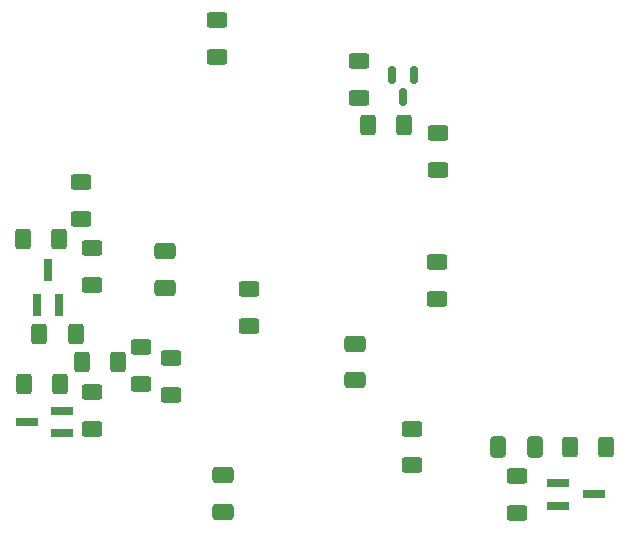
<source format=gbr>
%TF.GenerationSoftware,KiCad,Pcbnew,7.0.9*%
%TF.CreationDate,2023-11-29T12:33:44+01:00*%
%TF.ProjectId,Zabezpieczenie UPC1237,5a616265-7a70-4696-9563-7a656e696520,rev?*%
%TF.SameCoordinates,Original*%
%TF.FileFunction,Paste,Bot*%
%TF.FilePolarity,Positive*%
%FSLAX46Y46*%
G04 Gerber Fmt 4.6, Leading zero omitted, Abs format (unit mm)*
G04 Created by KiCad (PCBNEW 7.0.9) date 2023-11-29 12:33:44*
%MOMM*%
%LPD*%
G01*
G04 APERTURE LIST*
G04 Aperture macros list*
%AMRoundRect*
0 Rectangle with rounded corners*
0 $1 Rounding radius*
0 $2 $3 $4 $5 $6 $7 $8 $9 X,Y pos of 4 corners*
0 Add a 4 corners polygon primitive as box body*
4,1,4,$2,$3,$4,$5,$6,$7,$8,$9,$2,$3,0*
0 Add four circle primitives for the rounded corners*
1,1,$1+$1,$2,$3*
1,1,$1+$1,$4,$5*
1,1,$1+$1,$6,$7*
1,1,$1+$1,$8,$9*
0 Add four rect primitives between the rounded corners*
20,1,$1+$1,$2,$3,$4,$5,0*
20,1,$1+$1,$4,$5,$6,$7,0*
20,1,$1+$1,$6,$7,$8,$9,0*
20,1,$1+$1,$8,$9,$2,$3,0*%
G04 Aperture macros list end*
%ADD10R,1.900000X0.800000*%
%ADD11RoundRect,0.250000X0.650000X-0.412500X0.650000X0.412500X-0.650000X0.412500X-0.650000X-0.412500X0*%
%ADD12R,0.800000X1.900000*%
%ADD13RoundRect,0.250000X0.625000X-0.400000X0.625000X0.400000X-0.625000X0.400000X-0.625000X-0.400000X0*%
%ADD14RoundRect,0.250000X0.400000X0.625000X-0.400000X0.625000X-0.400000X-0.625000X0.400000X-0.625000X0*%
%ADD15RoundRect,0.250000X-0.400000X-0.625000X0.400000X-0.625000X0.400000X0.625000X-0.400000X0.625000X0*%
%ADD16RoundRect,0.250000X-0.412500X-0.650000X0.412500X-0.650000X0.412500X0.650000X-0.412500X0.650000X0*%
%ADD17RoundRect,0.250000X-0.625000X0.400000X-0.625000X-0.400000X0.625000X-0.400000X0.625000X0.400000X0*%
%ADD18RoundRect,0.150000X-0.150000X0.587500X-0.150000X-0.587500X0.150000X-0.587500X0.150000X0.587500X0*%
%ADD19RoundRect,0.250000X-0.650000X0.412500X-0.650000X-0.412500X0.650000X-0.412500X0.650000X0.412500X0*%
G04 APERTURE END LIST*
D10*
%TO.C,Q2*%
X106500000Y-131950000D03*
X106500000Y-133850000D03*
X103500000Y-132900000D03*
%TD*%
D11*
%TO.C,C11*%
X115200000Y-121562500D03*
X115200000Y-118437500D03*
%TD*%
D12*
%TO.C,Q1*%
X106250000Y-123000000D03*
X104350000Y-123000000D03*
X105300000Y-120000000D03*
%TD*%
D13*
%TO.C,R1*%
X138300000Y-111550000D03*
X138300000Y-108450000D03*
%TD*%
D11*
%TO.C,C8*%
X131300000Y-129362500D03*
X131300000Y-126237500D03*
%TD*%
D14*
%TO.C,R20*%
X152550000Y-135000000D03*
X149450000Y-135000000D03*
%TD*%
D15*
%TO.C,R8*%
X103150000Y-117400000D03*
X106250000Y-117400000D03*
%TD*%
D16*
%TO.C,C10*%
X143437500Y-135000000D03*
X146562500Y-135000000D03*
%TD*%
D13*
%TO.C,R18*%
X115700000Y-130550000D03*
X115700000Y-127450000D03*
%TD*%
D15*
%TO.C,R24*%
X132350000Y-107700000D03*
X135450000Y-107700000D03*
%TD*%
D17*
%TO.C,R19*%
X136100000Y-133450000D03*
X136100000Y-136550000D03*
%TD*%
D13*
%TO.C,R14*%
X109000000Y-133450000D03*
X109000000Y-130350000D03*
%TD*%
D17*
%TO.C,R21*%
X145000000Y-137450000D03*
X145000000Y-140550000D03*
%TD*%
D13*
%TO.C,R23*%
X131600000Y-105450000D03*
X131600000Y-102350000D03*
%TD*%
D15*
%TO.C,R9*%
X104550000Y-125400000D03*
X107650000Y-125400000D03*
%TD*%
D13*
%TO.C,R12*%
X109000000Y-121250000D03*
X109000000Y-118150000D03*
%TD*%
D18*
%TO.C,Q4*%
X134400000Y-103500000D03*
X136300000Y-103500000D03*
X135350000Y-105375000D03*
%TD*%
D19*
%TO.C,C6*%
X120100000Y-137337500D03*
X120100000Y-140462500D03*
%TD*%
D17*
%TO.C,R2*%
X138200000Y-119350000D03*
X138200000Y-122450000D03*
%TD*%
%TO.C,R13*%
X108100000Y-112550000D03*
X108100000Y-115650000D03*
%TD*%
%TO.C,R7*%
X113200000Y-126550000D03*
X113200000Y-129650000D03*
%TD*%
D13*
%TO.C,R25*%
X119600000Y-101950000D03*
X119600000Y-98850000D03*
%TD*%
D10*
%TO.C,Q3*%
X148500000Y-139950000D03*
X148500000Y-138050000D03*
X151500000Y-139000000D03*
%TD*%
D15*
%TO.C,R15*%
X108150000Y-127800000D03*
X111250000Y-127800000D03*
%TD*%
D17*
%TO.C,R3*%
X122300000Y-121650000D03*
X122300000Y-124750000D03*
%TD*%
D15*
%TO.C,R10*%
X103250000Y-129700000D03*
X106350000Y-129700000D03*
%TD*%
M02*

</source>
